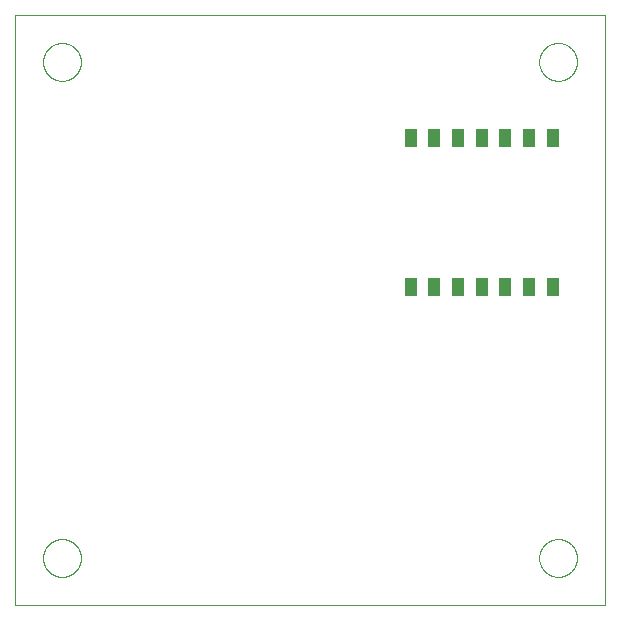
<source format=gtp>
G75*
%MOIN*%
%OFA0B0*%
%FSLAX25Y25*%
%IPPOS*%
%LPD*%
%AMOC8*
5,1,8,0,0,1.08239X$1,22.5*
%
%ADD10C,0.00000*%
%ADD11R,0.03937X0.05906*%
D10*
X0005000Y0001000D02*
X0005000Y0197850D01*
X0201850Y0197850D01*
X0201850Y0001000D01*
X0005000Y0001000D01*
X0014449Y0016748D02*
X0014451Y0016906D01*
X0014457Y0017064D01*
X0014467Y0017222D01*
X0014481Y0017380D01*
X0014499Y0017537D01*
X0014520Y0017694D01*
X0014546Y0017850D01*
X0014576Y0018006D01*
X0014609Y0018161D01*
X0014647Y0018314D01*
X0014688Y0018467D01*
X0014733Y0018619D01*
X0014782Y0018770D01*
X0014835Y0018919D01*
X0014891Y0019067D01*
X0014951Y0019213D01*
X0015015Y0019358D01*
X0015083Y0019501D01*
X0015154Y0019643D01*
X0015228Y0019783D01*
X0015306Y0019920D01*
X0015388Y0020056D01*
X0015472Y0020190D01*
X0015561Y0020321D01*
X0015652Y0020450D01*
X0015747Y0020577D01*
X0015844Y0020702D01*
X0015945Y0020824D01*
X0016049Y0020943D01*
X0016156Y0021060D01*
X0016266Y0021174D01*
X0016379Y0021285D01*
X0016494Y0021394D01*
X0016612Y0021499D01*
X0016733Y0021601D01*
X0016856Y0021701D01*
X0016982Y0021797D01*
X0017110Y0021890D01*
X0017240Y0021980D01*
X0017373Y0022066D01*
X0017508Y0022150D01*
X0017644Y0022229D01*
X0017783Y0022306D01*
X0017924Y0022378D01*
X0018066Y0022448D01*
X0018210Y0022513D01*
X0018356Y0022575D01*
X0018503Y0022633D01*
X0018652Y0022688D01*
X0018802Y0022739D01*
X0018953Y0022786D01*
X0019105Y0022829D01*
X0019258Y0022868D01*
X0019413Y0022904D01*
X0019568Y0022935D01*
X0019724Y0022963D01*
X0019880Y0022987D01*
X0020037Y0023007D01*
X0020195Y0023023D01*
X0020352Y0023035D01*
X0020511Y0023043D01*
X0020669Y0023047D01*
X0020827Y0023047D01*
X0020985Y0023043D01*
X0021144Y0023035D01*
X0021301Y0023023D01*
X0021459Y0023007D01*
X0021616Y0022987D01*
X0021772Y0022963D01*
X0021928Y0022935D01*
X0022083Y0022904D01*
X0022238Y0022868D01*
X0022391Y0022829D01*
X0022543Y0022786D01*
X0022694Y0022739D01*
X0022844Y0022688D01*
X0022993Y0022633D01*
X0023140Y0022575D01*
X0023286Y0022513D01*
X0023430Y0022448D01*
X0023572Y0022378D01*
X0023713Y0022306D01*
X0023852Y0022229D01*
X0023988Y0022150D01*
X0024123Y0022066D01*
X0024256Y0021980D01*
X0024386Y0021890D01*
X0024514Y0021797D01*
X0024640Y0021701D01*
X0024763Y0021601D01*
X0024884Y0021499D01*
X0025002Y0021394D01*
X0025117Y0021285D01*
X0025230Y0021174D01*
X0025340Y0021060D01*
X0025447Y0020943D01*
X0025551Y0020824D01*
X0025652Y0020702D01*
X0025749Y0020577D01*
X0025844Y0020450D01*
X0025935Y0020321D01*
X0026024Y0020190D01*
X0026108Y0020056D01*
X0026190Y0019920D01*
X0026268Y0019783D01*
X0026342Y0019643D01*
X0026413Y0019501D01*
X0026481Y0019358D01*
X0026545Y0019213D01*
X0026605Y0019067D01*
X0026661Y0018919D01*
X0026714Y0018770D01*
X0026763Y0018619D01*
X0026808Y0018467D01*
X0026849Y0018314D01*
X0026887Y0018161D01*
X0026920Y0018006D01*
X0026950Y0017850D01*
X0026976Y0017694D01*
X0026997Y0017537D01*
X0027015Y0017380D01*
X0027029Y0017222D01*
X0027039Y0017064D01*
X0027045Y0016906D01*
X0027047Y0016748D01*
X0027045Y0016590D01*
X0027039Y0016432D01*
X0027029Y0016274D01*
X0027015Y0016116D01*
X0026997Y0015959D01*
X0026976Y0015802D01*
X0026950Y0015646D01*
X0026920Y0015490D01*
X0026887Y0015335D01*
X0026849Y0015182D01*
X0026808Y0015029D01*
X0026763Y0014877D01*
X0026714Y0014726D01*
X0026661Y0014577D01*
X0026605Y0014429D01*
X0026545Y0014283D01*
X0026481Y0014138D01*
X0026413Y0013995D01*
X0026342Y0013853D01*
X0026268Y0013713D01*
X0026190Y0013576D01*
X0026108Y0013440D01*
X0026024Y0013306D01*
X0025935Y0013175D01*
X0025844Y0013046D01*
X0025749Y0012919D01*
X0025652Y0012794D01*
X0025551Y0012672D01*
X0025447Y0012553D01*
X0025340Y0012436D01*
X0025230Y0012322D01*
X0025117Y0012211D01*
X0025002Y0012102D01*
X0024884Y0011997D01*
X0024763Y0011895D01*
X0024640Y0011795D01*
X0024514Y0011699D01*
X0024386Y0011606D01*
X0024256Y0011516D01*
X0024123Y0011430D01*
X0023988Y0011346D01*
X0023852Y0011267D01*
X0023713Y0011190D01*
X0023572Y0011118D01*
X0023430Y0011048D01*
X0023286Y0010983D01*
X0023140Y0010921D01*
X0022993Y0010863D01*
X0022844Y0010808D01*
X0022694Y0010757D01*
X0022543Y0010710D01*
X0022391Y0010667D01*
X0022238Y0010628D01*
X0022083Y0010592D01*
X0021928Y0010561D01*
X0021772Y0010533D01*
X0021616Y0010509D01*
X0021459Y0010489D01*
X0021301Y0010473D01*
X0021144Y0010461D01*
X0020985Y0010453D01*
X0020827Y0010449D01*
X0020669Y0010449D01*
X0020511Y0010453D01*
X0020352Y0010461D01*
X0020195Y0010473D01*
X0020037Y0010489D01*
X0019880Y0010509D01*
X0019724Y0010533D01*
X0019568Y0010561D01*
X0019413Y0010592D01*
X0019258Y0010628D01*
X0019105Y0010667D01*
X0018953Y0010710D01*
X0018802Y0010757D01*
X0018652Y0010808D01*
X0018503Y0010863D01*
X0018356Y0010921D01*
X0018210Y0010983D01*
X0018066Y0011048D01*
X0017924Y0011118D01*
X0017783Y0011190D01*
X0017644Y0011267D01*
X0017508Y0011346D01*
X0017373Y0011430D01*
X0017240Y0011516D01*
X0017110Y0011606D01*
X0016982Y0011699D01*
X0016856Y0011795D01*
X0016733Y0011895D01*
X0016612Y0011997D01*
X0016494Y0012102D01*
X0016379Y0012211D01*
X0016266Y0012322D01*
X0016156Y0012436D01*
X0016049Y0012553D01*
X0015945Y0012672D01*
X0015844Y0012794D01*
X0015747Y0012919D01*
X0015652Y0013046D01*
X0015561Y0013175D01*
X0015472Y0013306D01*
X0015388Y0013440D01*
X0015306Y0013576D01*
X0015228Y0013713D01*
X0015154Y0013853D01*
X0015083Y0013995D01*
X0015015Y0014138D01*
X0014951Y0014283D01*
X0014891Y0014429D01*
X0014835Y0014577D01*
X0014782Y0014726D01*
X0014733Y0014877D01*
X0014688Y0015029D01*
X0014647Y0015182D01*
X0014609Y0015335D01*
X0014576Y0015490D01*
X0014546Y0015646D01*
X0014520Y0015802D01*
X0014499Y0015959D01*
X0014481Y0016116D01*
X0014467Y0016274D01*
X0014457Y0016432D01*
X0014451Y0016590D01*
X0014449Y0016748D01*
X0179803Y0016748D02*
X0179805Y0016906D01*
X0179811Y0017064D01*
X0179821Y0017222D01*
X0179835Y0017380D01*
X0179853Y0017537D01*
X0179874Y0017694D01*
X0179900Y0017850D01*
X0179930Y0018006D01*
X0179963Y0018161D01*
X0180001Y0018314D01*
X0180042Y0018467D01*
X0180087Y0018619D01*
X0180136Y0018770D01*
X0180189Y0018919D01*
X0180245Y0019067D01*
X0180305Y0019213D01*
X0180369Y0019358D01*
X0180437Y0019501D01*
X0180508Y0019643D01*
X0180582Y0019783D01*
X0180660Y0019920D01*
X0180742Y0020056D01*
X0180826Y0020190D01*
X0180915Y0020321D01*
X0181006Y0020450D01*
X0181101Y0020577D01*
X0181198Y0020702D01*
X0181299Y0020824D01*
X0181403Y0020943D01*
X0181510Y0021060D01*
X0181620Y0021174D01*
X0181733Y0021285D01*
X0181848Y0021394D01*
X0181966Y0021499D01*
X0182087Y0021601D01*
X0182210Y0021701D01*
X0182336Y0021797D01*
X0182464Y0021890D01*
X0182594Y0021980D01*
X0182727Y0022066D01*
X0182862Y0022150D01*
X0182998Y0022229D01*
X0183137Y0022306D01*
X0183278Y0022378D01*
X0183420Y0022448D01*
X0183564Y0022513D01*
X0183710Y0022575D01*
X0183857Y0022633D01*
X0184006Y0022688D01*
X0184156Y0022739D01*
X0184307Y0022786D01*
X0184459Y0022829D01*
X0184612Y0022868D01*
X0184767Y0022904D01*
X0184922Y0022935D01*
X0185078Y0022963D01*
X0185234Y0022987D01*
X0185391Y0023007D01*
X0185549Y0023023D01*
X0185706Y0023035D01*
X0185865Y0023043D01*
X0186023Y0023047D01*
X0186181Y0023047D01*
X0186339Y0023043D01*
X0186498Y0023035D01*
X0186655Y0023023D01*
X0186813Y0023007D01*
X0186970Y0022987D01*
X0187126Y0022963D01*
X0187282Y0022935D01*
X0187437Y0022904D01*
X0187592Y0022868D01*
X0187745Y0022829D01*
X0187897Y0022786D01*
X0188048Y0022739D01*
X0188198Y0022688D01*
X0188347Y0022633D01*
X0188494Y0022575D01*
X0188640Y0022513D01*
X0188784Y0022448D01*
X0188926Y0022378D01*
X0189067Y0022306D01*
X0189206Y0022229D01*
X0189342Y0022150D01*
X0189477Y0022066D01*
X0189610Y0021980D01*
X0189740Y0021890D01*
X0189868Y0021797D01*
X0189994Y0021701D01*
X0190117Y0021601D01*
X0190238Y0021499D01*
X0190356Y0021394D01*
X0190471Y0021285D01*
X0190584Y0021174D01*
X0190694Y0021060D01*
X0190801Y0020943D01*
X0190905Y0020824D01*
X0191006Y0020702D01*
X0191103Y0020577D01*
X0191198Y0020450D01*
X0191289Y0020321D01*
X0191378Y0020190D01*
X0191462Y0020056D01*
X0191544Y0019920D01*
X0191622Y0019783D01*
X0191696Y0019643D01*
X0191767Y0019501D01*
X0191835Y0019358D01*
X0191899Y0019213D01*
X0191959Y0019067D01*
X0192015Y0018919D01*
X0192068Y0018770D01*
X0192117Y0018619D01*
X0192162Y0018467D01*
X0192203Y0018314D01*
X0192241Y0018161D01*
X0192274Y0018006D01*
X0192304Y0017850D01*
X0192330Y0017694D01*
X0192351Y0017537D01*
X0192369Y0017380D01*
X0192383Y0017222D01*
X0192393Y0017064D01*
X0192399Y0016906D01*
X0192401Y0016748D01*
X0192399Y0016590D01*
X0192393Y0016432D01*
X0192383Y0016274D01*
X0192369Y0016116D01*
X0192351Y0015959D01*
X0192330Y0015802D01*
X0192304Y0015646D01*
X0192274Y0015490D01*
X0192241Y0015335D01*
X0192203Y0015182D01*
X0192162Y0015029D01*
X0192117Y0014877D01*
X0192068Y0014726D01*
X0192015Y0014577D01*
X0191959Y0014429D01*
X0191899Y0014283D01*
X0191835Y0014138D01*
X0191767Y0013995D01*
X0191696Y0013853D01*
X0191622Y0013713D01*
X0191544Y0013576D01*
X0191462Y0013440D01*
X0191378Y0013306D01*
X0191289Y0013175D01*
X0191198Y0013046D01*
X0191103Y0012919D01*
X0191006Y0012794D01*
X0190905Y0012672D01*
X0190801Y0012553D01*
X0190694Y0012436D01*
X0190584Y0012322D01*
X0190471Y0012211D01*
X0190356Y0012102D01*
X0190238Y0011997D01*
X0190117Y0011895D01*
X0189994Y0011795D01*
X0189868Y0011699D01*
X0189740Y0011606D01*
X0189610Y0011516D01*
X0189477Y0011430D01*
X0189342Y0011346D01*
X0189206Y0011267D01*
X0189067Y0011190D01*
X0188926Y0011118D01*
X0188784Y0011048D01*
X0188640Y0010983D01*
X0188494Y0010921D01*
X0188347Y0010863D01*
X0188198Y0010808D01*
X0188048Y0010757D01*
X0187897Y0010710D01*
X0187745Y0010667D01*
X0187592Y0010628D01*
X0187437Y0010592D01*
X0187282Y0010561D01*
X0187126Y0010533D01*
X0186970Y0010509D01*
X0186813Y0010489D01*
X0186655Y0010473D01*
X0186498Y0010461D01*
X0186339Y0010453D01*
X0186181Y0010449D01*
X0186023Y0010449D01*
X0185865Y0010453D01*
X0185706Y0010461D01*
X0185549Y0010473D01*
X0185391Y0010489D01*
X0185234Y0010509D01*
X0185078Y0010533D01*
X0184922Y0010561D01*
X0184767Y0010592D01*
X0184612Y0010628D01*
X0184459Y0010667D01*
X0184307Y0010710D01*
X0184156Y0010757D01*
X0184006Y0010808D01*
X0183857Y0010863D01*
X0183710Y0010921D01*
X0183564Y0010983D01*
X0183420Y0011048D01*
X0183278Y0011118D01*
X0183137Y0011190D01*
X0182998Y0011267D01*
X0182862Y0011346D01*
X0182727Y0011430D01*
X0182594Y0011516D01*
X0182464Y0011606D01*
X0182336Y0011699D01*
X0182210Y0011795D01*
X0182087Y0011895D01*
X0181966Y0011997D01*
X0181848Y0012102D01*
X0181733Y0012211D01*
X0181620Y0012322D01*
X0181510Y0012436D01*
X0181403Y0012553D01*
X0181299Y0012672D01*
X0181198Y0012794D01*
X0181101Y0012919D01*
X0181006Y0013046D01*
X0180915Y0013175D01*
X0180826Y0013306D01*
X0180742Y0013440D01*
X0180660Y0013576D01*
X0180582Y0013713D01*
X0180508Y0013853D01*
X0180437Y0013995D01*
X0180369Y0014138D01*
X0180305Y0014283D01*
X0180245Y0014429D01*
X0180189Y0014577D01*
X0180136Y0014726D01*
X0180087Y0014877D01*
X0180042Y0015029D01*
X0180001Y0015182D01*
X0179963Y0015335D01*
X0179930Y0015490D01*
X0179900Y0015646D01*
X0179874Y0015802D01*
X0179853Y0015959D01*
X0179835Y0016116D01*
X0179821Y0016274D01*
X0179811Y0016432D01*
X0179805Y0016590D01*
X0179803Y0016748D01*
X0179803Y0182102D02*
X0179805Y0182260D01*
X0179811Y0182418D01*
X0179821Y0182576D01*
X0179835Y0182734D01*
X0179853Y0182891D01*
X0179874Y0183048D01*
X0179900Y0183204D01*
X0179930Y0183360D01*
X0179963Y0183515D01*
X0180001Y0183668D01*
X0180042Y0183821D01*
X0180087Y0183973D01*
X0180136Y0184124D01*
X0180189Y0184273D01*
X0180245Y0184421D01*
X0180305Y0184567D01*
X0180369Y0184712D01*
X0180437Y0184855D01*
X0180508Y0184997D01*
X0180582Y0185137D01*
X0180660Y0185274D01*
X0180742Y0185410D01*
X0180826Y0185544D01*
X0180915Y0185675D01*
X0181006Y0185804D01*
X0181101Y0185931D01*
X0181198Y0186056D01*
X0181299Y0186178D01*
X0181403Y0186297D01*
X0181510Y0186414D01*
X0181620Y0186528D01*
X0181733Y0186639D01*
X0181848Y0186748D01*
X0181966Y0186853D01*
X0182087Y0186955D01*
X0182210Y0187055D01*
X0182336Y0187151D01*
X0182464Y0187244D01*
X0182594Y0187334D01*
X0182727Y0187420D01*
X0182862Y0187504D01*
X0182998Y0187583D01*
X0183137Y0187660D01*
X0183278Y0187732D01*
X0183420Y0187802D01*
X0183564Y0187867D01*
X0183710Y0187929D01*
X0183857Y0187987D01*
X0184006Y0188042D01*
X0184156Y0188093D01*
X0184307Y0188140D01*
X0184459Y0188183D01*
X0184612Y0188222D01*
X0184767Y0188258D01*
X0184922Y0188289D01*
X0185078Y0188317D01*
X0185234Y0188341D01*
X0185391Y0188361D01*
X0185549Y0188377D01*
X0185706Y0188389D01*
X0185865Y0188397D01*
X0186023Y0188401D01*
X0186181Y0188401D01*
X0186339Y0188397D01*
X0186498Y0188389D01*
X0186655Y0188377D01*
X0186813Y0188361D01*
X0186970Y0188341D01*
X0187126Y0188317D01*
X0187282Y0188289D01*
X0187437Y0188258D01*
X0187592Y0188222D01*
X0187745Y0188183D01*
X0187897Y0188140D01*
X0188048Y0188093D01*
X0188198Y0188042D01*
X0188347Y0187987D01*
X0188494Y0187929D01*
X0188640Y0187867D01*
X0188784Y0187802D01*
X0188926Y0187732D01*
X0189067Y0187660D01*
X0189206Y0187583D01*
X0189342Y0187504D01*
X0189477Y0187420D01*
X0189610Y0187334D01*
X0189740Y0187244D01*
X0189868Y0187151D01*
X0189994Y0187055D01*
X0190117Y0186955D01*
X0190238Y0186853D01*
X0190356Y0186748D01*
X0190471Y0186639D01*
X0190584Y0186528D01*
X0190694Y0186414D01*
X0190801Y0186297D01*
X0190905Y0186178D01*
X0191006Y0186056D01*
X0191103Y0185931D01*
X0191198Y0185804D01*
X0191289Y0185675D01*
X0191378Y0185544D01*
X0191462Y0185410D01*
X0191544Y0185274D01*
X0191622Y0185137D01*
X0191696Y0184997D01*
X0191767Y0184855D01*
X0191835Y0184712D01*
X0191899Y0184567D01*
X0191959Y0184421D01*
X0192015Y0184273D01*
X0192068Y0184124D01*
X0192117Y0183973D01*
X0192162Y0183821D01*
X0192203Y0183668D01*
X0192241Y0183515D01*
X0192274Y0183360D01*
X0192304Y0183204D01*
X0192330Y0183048D01*
X0192351Y0182891D01*
X0192369Y0182734D01*
X0192383Y0182576D01*
X0192393Y0182418D01*
X0192399Y0182260D01*
X0192401Y0182102D01*
X0192399Y0181944D01*
X0192393Y0181786D01*
X0192383Y0181628D01*
X0192369Y0181470D01*
X0192351Y0181313D01*
X0192330Y0181156D01*
X0192304Y0181000D01*
X0192274Y0180844D01*
X0192241Y0180689D01*
X0192203Y0180536D01*
X0192162Y0180383D01*
X0192117Y0180231D01*
X0192068Y0180080D01*
X0192015Y0179931D01*
X0191959Y0179783D01*
X0191899Y0179637D01*
X0191835Y0179492D01*
X0191767Y0179349D01*
X0191696Y0179207D01*
X0191622Y0179067D01*
X0191544Y0178930D01*
X0191462Y0178794D01*
X0191378Y0178660D01*
X0191289Y0178529D01*
X0191198Y0178400D01*
X0191103Y0178273D01*
X0191006Y0178148D01*
X0190905Y0178026D01*
X0190801Y0177907D01*
X0190694Y0177790D01*
X0190584Y0177676D01*
X0190471Y0177565D01*
X0190356Y0177456D01*
X0190238Y0177351D01*
X0190117Y0177249D01*
X0189994Y0177149D01*
X0189868Y0177053D01*
X0189740Y0176960D01*
X0189610Y0176870D01*
X0189477Y0176784D01*
X0189342Y0176700D01*
X0189206Y0176621D01*
X0189067Y0176544D01*
X0188926Y0176472D01*
X0188784Y0176402D01*
X0188640Y0176337D01*
X0188494Y0176275D01*
X0188347Y0176217D01*
X0188198Y0176162D01*
X0188048Y0176111D01*
X0187897Y0176064D01*
X0187745Y0176021D01*
X0187592Y0175982D01*
X0187437Y0175946D01*
X0187282Y0175915D01*
X0187126Y0175887D01*
X0186970Y0175863D01*
X0186813Y0175843D01*
X0186655Y0175827D01*
X0186498Y0175815D01*
X0186339Y0175807D01*
X0186181Y0175803D01*
X0186023Y0175803D01*
X0185865Y0175807D01*
X0185706Y0175815D01*
X0185549Y0175827D01*
X0185391Y0175843D01*
X0185234Y0175863D01*
X0185078Y0175887D01*
X0184922Y0175915D01*
X0184767Y0175946D01*
X0184612Y0175982D01*
X0184459Y0176021D01*
X0184307Y0176064D01*
X0184156Y0176111D01*
X0184006Y0176162D01*
X0183857Y0176217D01*
X0183710Y0176275D01*
X0183564Y0176337D01*
X0183420Y0176402D01*
X0183278Y0176472D01*
X0183137Y0176544D01*
X0182998Y0176621D01*
X0182862Y0176700D01*
X0182727Y0176784D01*
X0182594Y0176870D01*
X0182464Y0176960D01*
X0182336Y0177053D01*
X0182210Y0177149D01*
X0182087Y0177249D01*
X0181966Y0177351D01*
X0181848Y0177456D01*
X0181733Y0177565D01*
X0181620Y0177676D01*
X0181510Y0177790D01*
X0181403Y0177907D01*
X0181299Y0178026D01*
X0181198Y0178148D01*
X0181101Y0178273D01*
X0181006Y0178400D01*
X0180915Y0178529D01*
X0180826Y0178660D01*
X0180742Y0178794D01*
X0180660Y0178930D01*
X0180582Y0179067D01*
X0180508Y0179207D01*
X0180437Y0179349D01*
X0180369Y0179492D01*
X0180305Y0179637D01*
X0180245Y0179783D01*
X0180189Y0179931D01*
X0180136Y0180080D01*
X0180087Y0180231D01*
X0180042Y0180383D01*
X0180001Y0180536D01*
X0179963Y0180689D01*
X0179930Y0180844D01*
X0179900Y0181000D01*
X0179874Y0181156D01*
X0179853Y0181313D01*
X0179835Y0181470D01*
X0179821Y0181628D01*
X0179811Y0181786D01*
X0179805Y0181944D01*
X0179803Y0182102D01*
X0014449Y0182102D02*
X0014451Y0182260D01*
X0014457Y0182418D01*
X0014467Y0182576D01*
X0014481Y0182734D01*
X0014499Y0182891D01*
X0014520Y0183048D01*
X0014546Y0183204D01*
X0014576Y0183360D01*
X0014609Y0183515D01*
X0014647Y0183668D01*
X0014688Y0183821D01*
X0014733Y0183973D01*
X0014782Y0184124D01*
X0014835Y0184273D01*
X0014891Y0184421D01*
X0014951Y0184567D01*
X0015015Y0184712D01*
X0015083Y0184855D01*
X0015154Y0184997D01*
X0015228Y0185137D01*
X0015306Y0185274D01*
X0015388Y0185410D01*
X0015472Y0185544D01*
X0015561Y0185675D01*
X0015652Y0185804D01*
X0015747Y0185931D01*
X0015844Y0186056D01*
X0015945Y0186178D01*
X0016049Y0186297D01*
X0016156Y0186414D01*
X0016266Y0186528D01*
X0016379Y0186639D01*
X0016494Y0186748D01*
X0016612Y0186853D01*
X0016733Y0186955D01*
X0016856Y0187055D01*
X0016982Y0187151D01*
X0017110Y0187244D01*
X0017240Y0187334D01*
X0017373Y0187420D01*
X0017508Y0187504D01*
X0017644Y0187583D01*
X0017783Y0187660D01*
X0017924Y0187732D01*
X0018066Y0187802D01*
X0018210Y0187867D01*
X0018356Y0187929D01*
X0018503Y0187987D01*
X0018652Y0188042D01*
X0018802Y0188093D01*
X0018953Y0188140D01*
X0019105Y0188183D01*
X0019258Y0188222D01*
X0019413Y0188258D01*
X0019568Y0188289D01*
X0019724Y0188317D01*
X0019880Y0188341D01*
X0020037Y0188361D01*
X0020195Y0188377D01*
X0020352Y0188389D01*
X0020511Y0188397D01*
X0020669Y0188401D01*
X0020827Y0188401D01*
X0020985Y0188397D01*
X0021144Y0188389D01*
X0021301Y0188377D01*
X0021459Y0188361D01*
X0021616Y0188341D01*
X0021772Y0188317D01*
X0021928Y0188289D01*
X0022083Y0188258D01*
X0022238Y0188222D01*
X0022391Y0188183D01*
X0022543Y0188140D01*
X0022694Y0188093D01*
X0022844Y0188042D01*
X0022993Y0187987D01*
X0023140Y0187929D01*
X0023286Y0187867D01*
X0023430Y0187802D01*
X0023572Y0187732D01*
X0023713Y0187660D01*
X0023852Y0187583D01*
X0023988Y0187504D01*
X0024123Y0187420D01*
X0024256Y0187334D01*
X0024386Y0187244D01*
X0024514Y0187151D01*
X0024640Y0187055D01*
X0024763Y0186955D01*
X0024884Y0186853D01*
X0025002Y0186748D01*
X0025117Y0186639D01*
X0025230Y0186528D01*
X0025340Y0186414D01*
X0025447Y0186297D01*
X0025551Y0186178D01*
X0025652Y0186056D01*
X0025749Y0185931D01*
X0025844Y0185804D01*
X0025935Y0185675D01*
X0026024Y0185544D01*
X0026108Y0185410D01*
X0026190Y0185274D01*
X0026268Y0185137D01*
X0026342Y0184997D01*
X0026413Y0184855D01*
X0026481Y0184712D01*
X0026545Y0184567D01*
X0026605Y0184421D01*
X0026661Y0184273D01*
X0026714Y0184124D01*
X0026763Y0183973D01*
X0026808Y0183821D01*
X0026849Y0183668D01*
X0026887Y0183515D01*
X0026920Y0183360D01*
X0026950Y0183204D01*
X0026976Y0183048D01*
X0026997Y0182891D01*
X0027015Y0182734D01*
X0027029Y0182576D01*
X0027039Y0182418D01*
X0027045Y0182260D01*
X0027047Y0182102D01*
X0027045Y0181944D01*
X0027039Y0181786D01*
X0027029Y0181628D01*
X0027015Y0181470D01*
X0026997Y0181313D01*
X0026976Y0181156D01*
X0026950Y0181000D01*
X0026920Y0180844D01*
X0026887Y0180689D01*
X0026849Y0180536D01*
X0026808Y0180383D01*
X0026763Y0180231D01*
X0026714Y0180080D01*
X0026661Y0179931D01*
X0026605Y0179783D01*
X0026545Y0179637D01*
X0026481Y0179492D01*
X0026413Y0179349D01*
X0026342Y0179207D01*
X0026268Y0179067D01*
X0026190Y0178930D01*
X0026108Y0178794D01*
X0026024Y0178660D01*
X0025935Y0178529D01*
X0025844Y0178400D01*
X0025749Y0178273D01*
X0025652Y0178148D01*
X0025551Y0178026D01*
X0025447Y0177907D01*
X0025340Y0177790D01*
X0025230Y0177676D01*
X0025117Y0177565D01*
X0025002Y0177456D01*
X0024884Y0177351D01*
X0024763Y0177249D01*
X0024640Y0177149D01*
X0024514Y0177053D01*
X0024386Y0176960D01*
X0024256Y0176870D01*
X0024123Y0176784D01*
X0023988Y0176700D01*
X0023852Y0176621D01*
X0023713Y0176544D01*
X0023572Y0176472D01*
X0023430Y0176402D01*
X0023286Y0176337D01*
X0023140Y0176275D01*
X0022993Y0176217D01*
X0022844Y0176162D01*
X0022694Y0176111D01*
X0022543Y0176064D01*
X0022391Y0176021D01*
X0022238Y0175982D01*
X0022083Y0175946D01*
X0021928Y0175915D01*
X0021772Y0175887D01*
X0021616Y0175863D01*
X0021459Y0175843D01*
X0021301Y0175827D01*
X0021144Y0175815D01*
X0020985Y0175807D01*
X0020827Y0175803D01*
X0020669Y0175803D01*
X0020511Y0175807D01*
X0020352Y0175815D01*
X0020195Y0175827D01*
X0020037Y0175843D01*
X0019880Y0175863D01*
X0019724Y0175887D01*
X0019568Y0175915D01*
X0019413Y0175946D01*
X0019258Y0175982D01*
X0019105Y0176021D01*
X0018953Y0176064D01*
X0018802Y0176111D01*
X0018652Y0176162D01*
X0018503Y0176217D01*
X0018356Y0176275D01*
X0018210Y0176337D01*
X0018066Y0176402D01*
X0017924Y0176472D01*
X0017783Y0176544D01*
X0017644Y0176621D01*
X0017508Y0176700D01*
X0017373Y0176784D01*
X0017240Y0176870D01*
X0017110Y0176960D01*
X0016982Y0177053D01*
X0016856Y0177149D01*
X0016733Y0177249D01*
X0016612Y0177351D01*
X0016494Y0177456D01*
X0016379Y0177565D01*
X0016266Y0177676D01*
X0016156Y0177790D01*
X0016049Y0177907D01*
X0015945Y0178026D01*
X0015844Y0178148D01*
X0015747Y0178273D01*
X0015652Y0178400D01*
X0015561Y0178529D01*
X0015472Y0178660D01*
X0015388Y0178794D01*
X0015306Y0178930D01*
X0015228Y0179067D01*
X0015154Y0179207D01*
X0015083Y0179349D01*
X0015015Y0179492D01*
X0014951Y0179637D01*
X0014891Y0179783D01*
X0014835Y0179931D01*
X0014782Y0180080D01*
X0014733Y0180231D01*
X0014688Y0180383D01*
X0014647Y0180536D01*
X0014609Y0180689D01*
X0014576Y0180844D01*
X0014546Y0181000D01*
X0014520Y0181156D01*
X0014499Y0181313D01*
X0014481Y0181470D01*
X0014467Y0181628D01*
X0014457Y0181786D01*
X0014451Y0181944D01*
X0014449Y0182102D01*
D11*
X0137008Y0156787D03*
X0144882Y0156787D03*
X0152756Y0156787D03*
X0160630Y0156787D03*
X0168504Y0156787D03*
X0176378Y0156787D03*
X0184252Y0156787D03*
X0184252Y0107181D03*
X0176378Y0107181D03*
X0168504Y0107181D03*
X0160630Y0107181D03*
X0152756Y0107181D03*
X0144882Y0107181D03*
X0137008Y0107181D03*
M02*

</source>
